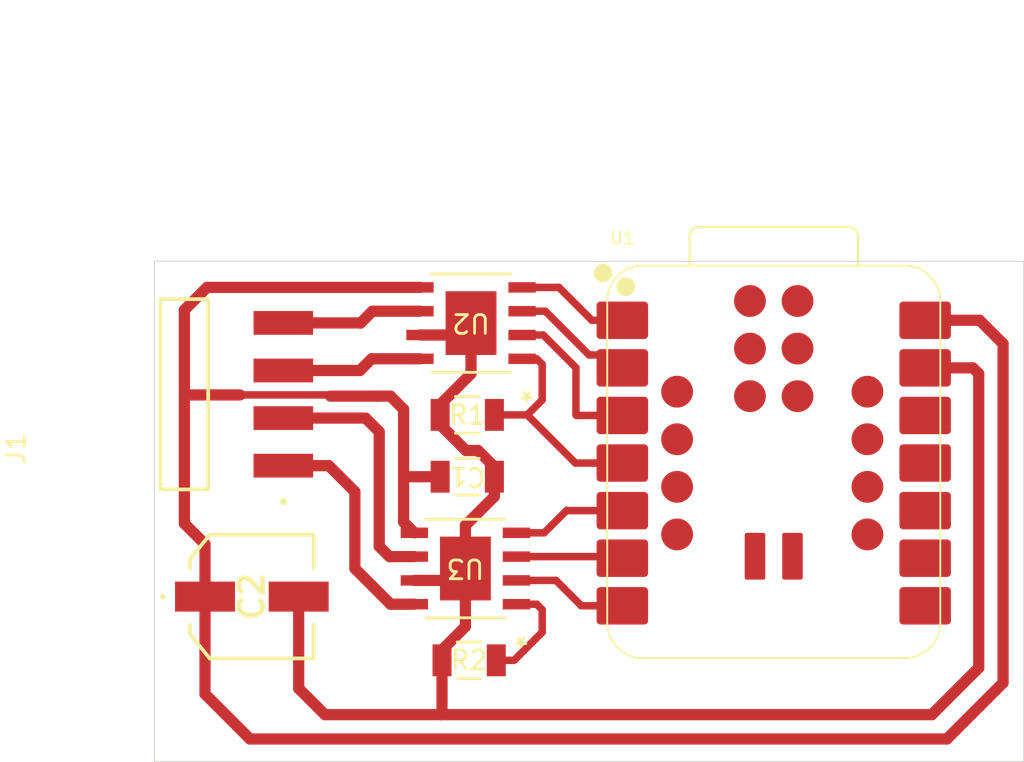
<source format=kicad_pcb>
(kicad_pcb (version 20241229) (generator "pcbnew") (generator_version "9.0")
  (layers (0 "F.Cu" signal) (2 "B.Cu" signal) (13 "F.Paste" user) (15 "B.Paste" user) (5 "F.SilkS" user "F.Silkscreen") (7 "B.SilkS" user "B.Silkscreen") (1 "F.Mask" user) (3 "B.Mask" user) (25 "Edge.Cuts" user))
  (net 0 "")
  (net 6 "5V")
  (net 7 "GND")
  (net 8 "Net-(U3-OUT1)")
  (net 9 "Net-(U2-OUT1)")
  (net 10 "Net-(U2-OUT2)")
  (net 11 "Net-(U3-OUT2)")
  (net 12 "Net-(U1-GPIO5{slash}D3)")
  (net 13 "Net-(U3-IPROPI)")
  (net 14 "Net-(U1-GPIO27{slash}A1{slash}D1)")
  (net 15 "Net-(U1-GPIO6{slash}D4{slash}SDA)")
  (net 16 "Net-(U1-GPIO7{slash}D5{slash}SCL)")
  (net 17 "Net-(U1-GPIO28{slash}A2{slash}D2)")
  (net 18 "Net-(U1-GPIO26{slash}A0{slash}D0)")
  (net 19 "Net-(U1-GPIO0{slash}D6{slash}TX)")
  (footprint "Neil:Resistor 1206" (layer "F.Cu") (at 76.2 61.5)
    (property "Reference" "R1" (at 0 0 0) (layer "F.SilkS"))
    (property "Value" "499")
    (fp_line (start -0.63225 0.9779) (end 0.63225 0.9779) (stroke (width 0.1524)) (layer "F.SilkS"))
    (fp_line (start 0.63225 -0.9779) (end -0.63225 -0.9779) (stroke (width 0.1524)) (layer "F.SilkS"))
    (pad "1" smd rect (at -1.4478 0) (size 1.016 1.7018) (layers "F.Cu" "F.Mask" "F.Paste") (net 7 "GND"))
    (pad "2" smd rect (at 1.4478 0) (size 1.016 1.7018) (layers "F.Cu" "F.Mask" "F.Paste") (net 12 "Net-(U1-GPIO5{slash}D3)"))
  )
  (footprint "Neil:EEEHP1H4R7P" (layer "F.Cu") (at 64.7 71.2 -90)
    (property "Reference" "C2" (at 0 0 90) (layer "F.SilkS") (effects (font (size 1.27 1.27) (thickness 0.254))))
    (property "Value" "100uF" (hide yes))
    (fp_line (start 0 4.8) (end 0 4.8) (stroke (width 0.2)) (layer "F.SilkS"))
    (fp_line (start 0 4.8) (end 0 4.8) (stroke (width 0.2)) (layer "F.SilkS"))
    (fp_line (start 0 4.7) (end 0 4.7) (stroke (width 0.2)) (layer "F.SilkS"))
    (fp_line (start -2 3.3) (end -3.3 2.25) (stroke (width 0.2)) (layer "F.SilkS"))
    (fp_line (start -1.5 3.3) (end -2 3.3) (stroke (width 0.2)) (layer "F.SilkS"))
    (fp_line (start 2 3.3) (end 1.5 3.3) (stroke (width 0.2)) (layer "F.SilkS"))
    (fp_line (start -3.3 2.25) (end -3.3 -3.3) (stroke (width 0.2)) (layer "F.SilkS"))
    (fp_line (start 3.3 2.25) (end 2 3.3) (stroke (width 0.2)) (layer "F.SilkS"))
    (fp_line (start -3.3 -3.3) (end -1.5 -3.3) (stroke (width 0.2)) (layer "F.SilkS"))
    (fp_line (start 1.5 -3.3) (end 3.3 -3.3) (stroke (width 0.2)) (layer "F.SilkS"))
    (fp_line (start 3.3 -3.3) (end 3.3 2.25) (stroke (width 0.2)) (layer "F.SilkS"))
    (fp_arc (start 0 4.8) (mid -0.05 4.75) (end 0 4.7) (stroke (width 0.2)) (layer "F.SilkS"))
    (fp_arc (start 0 4.7) (mid 0.05 4.75) (end 0 4.8) (stroke (width 0.2)) (layer "F.SilkS"))
    (fp_arc (start 0 4.7) (mid 0.05 4.75) (end 0 4.8) (stroke (width 0.2)) (layer "F.SilkS"))
    (pad "1" smd rect (at 0 2.5 270) (size 1.6 3.2) (layers "F.Cu" "F.Mask" "F.Paste") (net 6 "5V"))
    (pad "2" smd rect (at 0 -2.5 270) (size 1.6 3.2) (layers "F.Cu" "F.Mask" "F.Paste") (net 7 "GND"))
  )
  (footprint "Neil:right angle header 4 pins" (layer "F.Cu") (at 61.1 60.4 90)
    (property "Reference" "J1" (at -2.905 -8.995 90) (layer "F.SilkS"))
    (property "Value" "right angle header 4 pins")
    (fp_line (start 5.08 -1.27) (end -5.08 -1.27) (stroke (width 0.2)) (layer "F.SilkS"))
    (fp_line (start 5.08 -1.27) (end 5.08 1.27) (stroke (width 0.2)) (layer "F.SilkS"))
    (fp_line (start 5.08 1.27) (end -5.08 1.27) (stroke (width 0.2)) (layer "F.SilkS"))
    (fp_line (start -5.08 1.27) (end -5.08 -1.27) (stroke (width 0.2)) (layer "F.SilkS"))
    (fp_circle (center -5.73 5.28) (end -5.63 5.28) (stroke (width 0.2)) (fill no) (layer "F.SilkS"))
    (pad "01" smd rect (at -3.81 5.28 90) (size 1.27 3.18) (layers "F.Cu" "F.Mask" "F.Paste") (net 11 "Net-(U3-OUT2)"))
    (pad "02" smd rect (at -1.27 5.28 90) (size 1.27 3.18) (layers "F.Cu" "F.Mask" "F.Paste") (net 8 "Net-(U3-OUT1)"))
    (pad "03" smd rect (at 1.27 5.28 90) (size 1.27 3.18) (layers "F.Cu" "F.Mask" "F.Paste") (net 10 "Net-(U2-OUT2)"))
    (pad "04" smd rect (at 3.81 5.28 90) (size 1.27 3.18) (layers "F.Cu" "F.Mask" "F.Paste") (net 9 "Net-(U2-OUT1)"))
  )
  (footprint "Neil:Resistor 1206" (layer "F.Cu") (at 76.3 74.6)
    (property "Reference" "R2" (at 0 0 0) (layer "F.SilkS"))
    (property "Value" "499")
    (fp_line (start -0.63225 0.9779) (end 0.63225 0.9779) (stroke (width 0.1524)) (layer "F.SilkS"))
    (fp_line (start 0.63225 -0.9779) (end -0.63225 -0.9779) (stroke (width 0.1524)) (layer "F.SilkS"))
    (pad "1" smd rect (at -1.4478 0) (size 1.016 1.7018) (layers "F.Cu" "F.Mask" "F.Paste") (net 7 "GND"))
    (pad "2" smd rect (at 1.4478 0) (size 1.016 1.7018) (layers "F.Cu" "F.Mask" "F.Paste") (net 13 "Net-(U3-IPROPI)"))
  )
  (footprint "Neil:DRV8251ADDAR" (layer "F.Cu") (at 76.4 56.6 180)
    (property "Reference" "U2" (at 0 0 180) (layer "F.SilkS"))
    (property "Value" "DRV8251ADDAR" (hide yes))
    (fp_line (start 2.1209 -2.6289) (end -2.1209 -2.6289) (stroke (width 0.1524)) (layer "F.SilkS"))
    (fp_line (start -2.1209 2.6289) (end 2.1209 2.6289) (stroke (width 0.1524)) (layer "F.SilkS"))
    (fp_text user "*" (at -2.97815 -3.6068 180) (layer "F.SilkS"))
    (fp_text user "*" (at -2.97815 -3.6068 180) (layer "F.SilkS"))
    (pad "1" smd rect (at -2.72415 -1.905 180) (size 1.4605 0.5588) (layers "F.Cu" "F.Mask" "F.Paste") (net 12 "Net-(U1-GPIO5{slash}D3)"))
    (pad "2" smd rect (at -2.72415 -0.635 180) (size 1.4605 0.5588) (layers "F.Cu" "F.Mask" "F.Paste") (net 17 "Net-(U1-GPIO28{slash}A2{slash}D2)"))
    (pad "3" smd rect (at -2.72415 0.635 180) (size 1.4605 0.5588) (layers "F.Cu" "F.Mask" "F.Paste") (net 14 "Net-(U1-GPIO27{slash}A1{slash}D1)"))
    (pad "4" smd rect (at -2.72415 1.905 180) (size 1.4605 0.5588) (layers "F.Cu" "F.Mask" "F.Paste") (net 18 "Net-(U1-GPIO26{slash}A0{slash}D0)"))
    (pad "5" smd rect (at 2.72415 1.905 180) (size 1.4605 0.5588) (layers "F.Cu" "F.Mask" "F.Paste") (net 6 "5V"))
    (pad "6" smd rect (at 2.72415 0.635 180) (size 1.4605 0.5588) (layers "F.Cu" "F.Mask" "F.Paste") (net 9 "Net-(U2-OUT1)"))
    (pad "7" smd rect (at 2.72415 -0.635 180) (size 1.4605 0.5588) (layers "F.Cu" "F.Mask" "F.Paste") (net 7 "GND"))
    (pad "8" smd rect (at 2.72415 -1.905 180) (size 1.4605 0.5588) (layers "F.Cu" "F.Mask" "F.Paste") (net 10 "Net-(U2-OUT2)"))
    (pad "9" smd rect (at 0 0 180) (size 2.7178 3.4036) (layers "F.Cu" "F.Mask") (net 7 "GND"))
  )
  (footprint "Neil:DRV8251ADDAR" (layer "F.Cu") (at 76.1 69.7 180)
    (property "Reference" "U3" (at 0 0 180) (layer "F.SilkS"))
    (property "Value" "DRV8251ADDAR" (hide yes))
    (fp_line (start 2.1209 -2.6289) (end -2.1209 -2.6289) (stroke (width 0.1524)) (layer "F.SilkS"))
    (fp_line (start -2.1209 2.6289) (end 2.1209 2.6289) (stroke (width 0.1524)) (layer "F.SilkS"))
    (fp_text user "*" (at -2.97815 -3.6068 180) (layer "F.SilkS"))
    (fp_text user "*" (at -2.97815 -3.6068 180) (layer "F.SilkS"))
    (pad "1" smd rect (at -2.72415 -1.905 180) (size 1.4605 0.5588) (layers "F.Cu" "F.Mask" "F.Paste") (net 13 "Net-(U3-IPROPI)"))
    (pad "2" smd rect (at -2.72415 -0.635 180) (size 1.4605 0.5588) (layers "F.Cu" "F.Mask" "F.Paste") (net 19 "Net-(U1-GPIO0{slash}D6{slash}TX)"))
    (pad "3" smd rect (at -2.72415 0.635 180) (size 1.4605 0.5588) (layers "F.Cu" "F.Mask" "F.Paste") (net 16 "Net-(U1-GPIO7{slash}D5{slash}SCL)"))
    (pad "4" smd rect (at -2.72415 1.905 180) (size 1.4605 0.5588) (layers "F.Cu" "F.Mask" "F.Paste") (net 15 "Net-(U1-GPIO6{slash}D4{slash}SDA)"))
    (pad "5" smd rect (at 2.72415 1.905 180) (size 1.4605 0.5588) (layers "F.Cu" "F.Mask" "F.Paste") (net 6 "5V"))
    (pad "6" smd rect (at 2.72415 0.635 180) (size 1.4605 0.5588) (layers "F.Cu" "F.Mask" "F.Paste") (net 8 "Net-(U3-OUT1)"))
    (pad "7" smd rect (at 2.72415 -0.635 180) (size 1.4605 0.5588) (layers "F.Cu" "F.Mask" "F.Paste") (net 7 "GND"))
    (pad "8" smd rect (at 2.72415 -1.905 180) (size 1.4605 0.5588) (layers "F.Cu" "F.Mask" "F.Paste") (net 11 "Net-(U3-OUT2)"))
    (pad "9" smd rect (at 0 0 180) (size 2.7178 3.4036) (layers "F.Cu" "F.Mask") (net 7 "GND"))
  )
  (footprint "Neil:Resistor 1206" (layer "F.Cu") (at 76.2 64.8 180)
    (property "Reference" "C1" (at 0 0 180) (layer "F.SilkS"))
    (property "Value" "1uF")
    (fp_line (start 0.63225 -0.9779) (end -0.63225 -0.9779) (stroke (width 0.1524)) (layer "F.SilkS"))
    (fp_line (start -0.63225 0.9779) (end 0.63225 0.9779) (stroke (width 0.1524)) (layer "F.SilkS"))
    (pad "1" smd rect (at -1.4478 0 180) (size 1.016 1.7018) (layers "F.Cu" "F.Mask" "F.Paste") (net 7 "GND"))
    (pad "2" smd rect (at 1.4478 0 180) (size 1.016 1.7018) (layers "F.Cu" "F.Mask" "F.Paste") (net 6 "5V"))
  )
  (footprint "Neil:XIAO-RP2350-SMD" (layer "F.Cu") (at 92.476506 64.07)
    (property "Reference" "U1" (at -8 -12 0) (layer "F.SilkS") (effects (font (size 0.635 0.635) (thickness 0.1016))))
    (property "Value" "XIAO RP2350")
    (fp_line (start -8.8075 8.509) (end -8.8075 -8.636) (stroke (width 0.1)) (layer "F.SilkS"))
    (fp_line (start -6.9025 10.414) (end 7.0675 10.414) (stroke (width 0.1)) (layer "F.SilkS"))
    (fp_line (start -4.4155 -10.553) (end -4.414784 -12.094284) (stroke (width 0.127)) (layer "F.SilkS"))
    (fp_line (start -3.914784 -12.594012) (end 4.080488 -12.594012) (stroke (width 0.127)) (layer "F.SilkS"))
    (fp_line (start 4.580488 -12.094012) (end 4.5815 -10.55) (stroke (width 0.127)) (layer "F.SilkS"))
    (fp_line (start 7.0675 -10.541) (end -6.9025 -10.541) (stroke (width 0.1)) (layer "F.SilkS"))
    (fp_line (start 8.9725 8.509) (end 8.9725 -8.636) (stroke (width 0.1)) (layer "F.SilkS"))
    (fp_arc (start -8.8075 -8.64) (mid -8.249538 -9.987038) (end -6.9025 -10.545) (stroke (width 0.1)) (layer "F.SilkS"))
    (fp_arc (start -6.9025 10.414) (mid -8.249538 9.856038) (end -8.8075 8.509) (stroke (width 0.1)) (layer "F.SilkS"))
    (fp_arc (start -4.414784 -12.094284) (mid -4.268207 -12.447619) (end -3.914784 -12.594012) (stroke (width 0.127)) (layer "F.SilkS"))
    (fp_arc (start 4.080488 -12.594012) (mid 4.434053 -12.44757) (end 4.580488 -12.094012) (stroke (width 0.127)) (layer "F.SilkS"))
    (fp_arc (start 7.0675 -10.541) (mid 8.414538 -9.983038) (end 8.9725 -8.636) (stroke (width 0.1)) (layer "F.SilkS"))
    (fp_arc (start 8.9725 8.509) (mid 8.414538 9.856038) (end 7.0675 10.414) (stroke (width 0.1)) (layer "F.SilkS"))
    (fp_circle (center -9.033512 -10.137012) (end -9.033512 -10.391012) (stroke (width 0.5)) (fill yes) (layer "F.SilkS"))
    (fp_circle (center -7.816512 -9.414012) (end -7.816512 -9.668012) (stroke (width 0.5)) (fill yes) (layer "F.SilkS"))
    (pad "1" smd roundrect (at -8 -7.62 180) (size 2.75 2) (layers "F.Cu" "F.Mask" "F.Paste") (roundrect_rratio 0.1) (net 18 "Net-(U1-GPIO26{slash}A0{slash}D0)"))
    (pad "2" smd roundrect (at -8 -5.08 180) (size 2.75 2) (layers "F.Cu" "F.Mask" "F.Paste") (roundrect_rratio 0.1) (net 14 "Net-(U1-GPIO27{slash}A1{slash}D1)"))
    (pad "3" smd roundrect (at -8 -2.54 180) (size 2.75 2) (layers "F.Cu" "F.Mask" "F.Paste") (roundrect_rratio 0.1) (net 17 "Net-(U1-GPIO28{slash}A2{slash}D2)"))
    (pad "4" smd roundrect (at -8 0 180) (size 2.75 2) (layers "F.Cu" "F.Mask" "F.Paste") (roundrect_rratio 0.1) (net 12 "Net-(U1-GPIO5{slash}D3)"))
    (pad "5" smd roundrect (at -8 2.54 180) (size 2.75 2) (layers "F.Cu" "F.Mask" "F.Paste") (roundrect_rratio 0.1) (net 15 "Net-(U1-GPIO6{slash}D4{slash}SDA)"))
    (pad "6" smd roundrect (at -8 5.08 180) (size 2.75 2) (layers "F.Cu" "F.Mask" "F.Paste") (roundrect_rratio 0.1) (net 16 "Net-(U1-GPIO7{slash}D5{slash}SCL)"))
    (pad "7" smd roundrect (at -8 7.62 180) (size 2.75 2) (layers "F.Cu" "F.Mask" "F.Paste") (roundrect_rratio 0.1) (net 19 "Net-(U1-GPIO0{slash}D6{slash}TX)"))
    (pad "8" smd roundrect (at 8.165 7.62) (size 2.75 2) (layers "F.Cu" "F.Mask" "F.Paste") (roundrect_rratio 0.1))
    (pad "9" smd roundrect (at 8.165 5.08) (size 2.75 2) (layers "F.Cu" "F.Mask" "F.Paste") (roundrect_rratio 0.1))
    (pad "10" smd roundrect (at 8.165 2.54) (size 2.75 2) (layers "F.Cu" "F.Mask" "F.Paste") (roundrect_rratio 0.1))
    (pad "11" smd roundrect (at 8.165 0) (size 2.75 2) (layers "F.Cu" "F.Mask" "F.Paste") (roundrect_rratio 0.1))
    (pad "12" smd roundrect (at 8.165 -2.54) (size 2.75 2) (layers "F.Cu" "F.Mask" "F.Paste") (roundrect_rratio 0.1))
    (pad "13" smd roundrect (at 8.165 -5.08) (size 2.75 2) (layers "F.Cu" "F.Mask" "F.Paste") (roundrect_rratio 0.1) (net 7 "GND"))
    (pad "14" smd roundrect (at 8.165 -7.62) (size 2.75 2) (layers "F.Cu" "F.Mask" "F.Paste") (roundrect_rratio 0.1) (net 6 "5V"))
    (pad "15" smd circle (at 5.083494 -3.81 180) (size 1.7 1.7) (layers "F.Cu" "F.Mask" "F.Paste"))
    (pad "16" smd circle (at 5.083494 -1.27 180) (size 1.7 1.7) (layers "F.Cu" "F.Mask" "F.Paste"))
    (pad "17" smd circle (at 5.083494 1.27 180) (size 1.7 1.7) (layers "F.Cu" "F.Mask" "F.Paste"))
    (pad "18" smd circle (at 5.083494 3.81 180) (size 1.7 1.7) (layers "F.Cu" "F.Mask" "F.Paste"))
    (pad "19" smd circle (at -5.076506 3.81 180) (size 1.7 1.7) (layers "F.Cu" "F.Mask" "F.Paste"))
    (pad "20" smd circle (at -5.076506 1.27 180) (size 1.7 1.7) (layers "F.Cu" "F.Mask" "F.Paste"))
    (pad "21" smd circle (at -5.076506 -1.27 180) (size 1.7 1.7) (layers "F.Cu" "F.Mask" "F.Paste"))
    (pad "22" smd circle (at -5.076506 -3.81 180) (size 1.7 1.7) (layers "F.Cu" "F.Mask" "F.Paste"))
    (pad "23" smd circle (at -1.1875 -8.65 180) (size 1.7 1.7) (layers "F.Cu" "F.Mask" "F.Paste"))
    (pad "24" smd circle (at -1.1875 -6.11 180) (size 1.7 1.7) (layers "F.Cu" "F.Mask" "F.Paste"))
    (pad "25" smd circle (at -1.1875 -3.57 180) (size 1.7 1.7) (layers "F.Cu" "F.Mask" "F.Paste"))
    (pad "26" smd circle (at 1.3525 -3.57 180) (size 1.7 1.7) (layers "F.Cu" "F.Mask" "F.Paste"))
    (pad "27" smd circle (at 1.3525 -6.11 180) (size 1.7 1.7) (layers "F.Cu" "F.Mask" "F.Paste"))
    (pad "28" smd circle (at 1.3525 -8.65 180) (size 1.7 1.7) (layers "F.Cu" "F.Mask" "F.Paste"))
    (pad "29" smd roundrect (at -0.9175 4.974811 270) (size 2.5 1.1) (layers "F.Cu" "F.Mask" "F.Paste") (roundrect_rratio 0.1))
    (pad "30" smd roundrect (at 1.0825 4.974811 270) (size 2.5 1.1) (layers "F.Cu" "F.Mask" "F.Paste") (roundrect_rratio 0.1))
  )
  (gr_rect (start 59.5 53.3) (end 105.9 80) (stroke (width 0.05)) (fill no) (layer "Edge.Cuts"))
  (segment (start 68.834 60.434) (end 68.9 60.5) (width 0.4) (layer "F.Cu") (net 6))
  (segment (start 72.8 61.2) (end 72.8 64.7) (width 0.6) (layer "F.Cu") (net 6))
  (segment (start 62.2 68.4) (end 62.2 71.2) (width 0.6) (layer "F.Cu") (net 6))
  (segment (start 103.55 56.45) (end 100.641506 56.45) (width 0.6) (layer "F.Cu") (net 6))
  (segment (start 64.066 60.434) (end 64.1 60.4) (width 0.4) (layer "F.Cu") (net 6))
  (segment (start 104.8 75.8) (end 104.8 57.7) (width 0.6) (layer "F.Cu") (net 6))
  (segment (start 61.366 60.434) (end 61.1 60.7) (width 0.4) (layer "F.Cu") (net 6))
  (segment (start 64.6 78.8) (end 101.8 78.8) (width 0.6) (layer "F.Cu") (net 6))
  (segment (start 62.2 71.2) (end 62.2 76.4) (width 0.6) (layer "F.Cu") (net 6))
  (segment (start 72.8 64.7) (end 72.8 67.21915) (width 0.6) (layer "F.Cu") (net 6))
  (segment (start 71.4 60.5) (end 72.1 60.5) (width 0.6) (layer "F.Cu") (net 6))
  (segment (start 71.4 60.5) (end 71.334 60.434) (width 0.4) (layer "F.Cu") (net 6))
  (segment (start 101.8 78.8) (end 104.8 75.8) (width 0.6) (layer "F.Cu") (net 6))
  (segment (start 62.2 76.4) (end 64.6 78.8) (width 0.6) (layer "F.Cu") (net 6))
  (segment (start 72.9 64.8) (end 72.8 64.7) (width 0.6) (layer "F.Cu") (net 6))
  (segment (start 62.305 54.695) (end 61.1 55.9) (width 0.6) (layer "F.Cu") (net 6))
  (segment (start 61.1 60.7) (end 61.1 67.3) (width 0.6) (layer "F.Cu") (net 6))
  (segment (start 61.1 55.9) (end 61.1 60.7) (width 0.6) (layer "F.Cu") (net 6))
  (segment (start 61.366 60.434) (end 64.066 60.434) (width 0.6) (layer "F.Cu") (net 6))
  (segment (start 71.4 60.5) (end 68.9 60.5) (width 0.6) (layer "F.Cu") (net 6))
  (segment (start 61.1 67.3) (end 62.2 68.4) (width 0.6) (layer "F.Cu") (net 6))
  (segment (start 71.4 60.5) (end 71.3 60.5) (width 0.4) (layer "F.Cu") (net 6))
  (segment (start 64.066 60.434) (end 68.834 60.434) (width 0.4) (layer "F.Cu") (net 6))
  (segment (start 72.8 67.21915) (end 73.37585 67.795) (width 0.6) (layer "F.Cu") (net 6))
  (segment (start 74.7522 64.8) (end 72.9 64.8) (width 0.6) (layer "F.Cu") (net 6))
  (segment (start 72.1 60.5) (end 72.8 61.2) (width 0.6) (layer "F.Cu") (net 6))
  (segment (start 73.67585 54.695) (end 62.305 54.695) (width 0.6) (layer "F.Cu") (net 6))
  (segment (start 104.8 57.7) (end 103.55 56.45) (width 0.6) (layer "F.Cu") (net 6))
  (segment (start 103.19 58.99) (end 103.5 59.3) (width 0.6) (layer "F.Cu") (net 7))
  (segment (start 76.773358 63.4) (end 76.126642 63.4) (width 0.6) (layer "F.Cu") (net 7))
  (segment (start 74.8522 74.6) (end 74.8522 74.0478) (width 0.6) (layer "F.Cu") (net 7))
  (segment (start 76.126642 63.4) (end 74.7522 62.025558) (width 0.6) (layer "F.Cu") (net 7))
  (segment (start 73.67585 57.235) (end 75.765 57.235) (width 0.6) (layer "F.Cu") (net 7))
  (segment (start 76.4 59.3) (end 76.4 56.6) (width 0.6) (layer "F.Cu") (net 7))
  (segment (start 74.8522 74.0478) (end 76.1 72.8) (width 0.6) (layer "F.Cu") (net 7))
  (segment (start 75.465 70.335) (end 76.1 69.7) (width 0.6) (layer "F.Cu") (net 7))
  (segment (start 77.6478 64.8) (end 77.6478 65.8522) (width 0.6) (layer "F.Cu") (net 7))
  (segment (start 75.765 57.235) (end 76.4 56.6) (width 0.6) (layer "F.Cu") (net 7))
  (segment (start 76.1 72.8) (end 76.1 69.7) (width 0.6) (layer "F.Cu") (net 7))
  (segment (start 73.37585 70.335) (end 75.465 70.335) (width 0.6) (layer "F.Cu") (net 7))
  (segment (start 74.7522 62.025558) (end 74.7522 61.5) (width 0.6) (layer "F.Cu") (net 7))
  (segment (start 76.1 67.4) (end 76.1 69.7) (width 0.6) (layer "F.Cu") (net 7))
  (segment (start 74.7522 60.9478) (end 76.4 59.3) (width 0.6) (layer "F.Cu") (net 7))
  (segment (start 67.2 76.1) (end 67.2 71.2) (width 0.6) (layer "F.Cu") (net 7))
  (segment (start 74.7522 61.5) (end 74.7522 60.9478) (width 0.6) (layer "F.Cu") (net 7))
  (segment (start 103.5 75) (end 101 77.5) (width 0.6) (layer "F.Cu") (net 7))
  (segment (start 101 77.5) (end 74.8 77.5) (width 0.6) (layer "F.Cu") (net 7))
  (segment (start 100.641506 58.99) (end 103.19 58.99) (width 0.6) (layer "F.Cu") (net 7))
  (segment (start 74.8522 77.4478) (end 74.8 77.5) (width 0.6) (layer "F.Cu") (net 7))
  (segment (start 77.6478 64.8) (end 77.6478 64.274442) (width 0.6) (layer "F.Cu") (net 7))
  (segment (start 103.5 59.3) (end 103.5 75) (width 0.6) (layer "F.Cu") (net 7))
  (segment (start 74.8 77.5) (end 68.6 77.5) (width 0.6) (layer "F.Cu") (net 7))
  (segment (start 77.6478 64.274442) (end 76.773358 63.4) (width 0.6) (layer "F.Cu") (net 7))
  (segment (start 74.8522 74.6) (end 74.8522 77.4478) (width 0.6) (layer "F.Cu") (net 7))
  (segment (start 68.6 77.5) (end 67.2 76.1) (width 0.6) (layer "F.Cu") (net 7))
  (segment (start 77.6478 65.8522) (end 76.1 67.4) (width 0.6) (layer "F.Cu") (net 7))
  (segment (start 73.37585 69.065) (end 72.0456 69.065) (width 0.6) (layer "F.Cu") (net 8))
  (segment (start 71.5 68.5194) (end 71.5 62.4) (width 0.6) (layer "F.Cu") (net 8))
  (segment (start 70.77 61.67) (end 66.38 61.67) (width 0.6) (layer "F.Cu") (net 8))
  (segment (start 72.0456 69.065) (end 71.5 68.5194) (width 0.6) (layer "F.Cu") (net 8))
  (segment (start 71.5 62.4) (end 70.77 61.67) (width 0.6) (layer "F.Cu") (net 8))
  (segment (start 71.135 55.965) (end 70.5 56.6) (width 0.6) (layer "F.Cu") (net 9))
  (segment (start 70.49 56.59) (end 66.38 56.59) (width 0.6) (layer "F.Cu") (net 9))
  (segment (start 73.67585 55.965) (end 71.135 55.965) (width 0.6) (layer "F.Cu") (net 9))
  (segment (start 70.5 56.6) (end 70.49 56.59) (width 0.6) (layer "F.Cu") (net 9))
  (segment (start 71.095 58.505) (end 73.67585 58.505) (width 0.6) (layer "F.Cu") (net 10))
  (segment (start 66.38 59.13) (end 70.47 59.13) (width 0.6) (layer "F.Cu") (net 10))
  (segment (start 70.47 59.13) (end 71.095 58.505) (width 0.6) (layer "F.Cu") (net 10))
  (segment (start 72.105 71.605) (end 70.2 69.7) (width 0.6) (layer "F.Cu") (net 11))
  (segment (start 70.2 69.7) (end 70.2 65.6) (width 0.6) (layer "F.Cu") (net 11))
  (segment (start 70.2 65.6) (end 68.81 64.21) (width 0.6) (layer "F.Cu") (net 11))
  (segment (start 73.37585 71.605) (end 72.105 71.605) (width 0.6) (layer "F.Cu") (net 11))
  (segment (start 68.81 64.21) (end 66.38 64.21) (width 0.6) (layer "F.Cu") (net 11))
  (segment (start 79.905 58.505) (end 79.12415 58.505) (width 0.4) (layer "F.Cu") (net 12))
  (segment (start 79.4 61.5) (end 80.2 60.7) (width 0.4) (layer "F.Cu") (net 12))
  (segment (start 84.476506 64.07) (end 81.97 64.07) (width 0.4) (layer "F.Cu") (net 12))
  (segment (start 77.6478 61.5) (end 79.4 61.5) (width 0.4) (layer "F.Cu") (net 12))
  (segment (start 80.2 58.8) (end 79.905 58.505) (width 0.4) (layer "F.Cu") (net 12))
  (segment (start 80.2 60.7) (end 80.2 58.8) (width 0.4) (layer "F.Cu") (net 12))
  (segment (start 81.97 64.07) (end 79.4 61.5) (width 0.4) (layer "F.Cu") (net 12))
  (segment (start 79.905 71.605) (end 80.2 71.9) (width 0.4) (layer "F.Cu") (net 13))
  (segment (start 77.7478 74.6) (end 78.7 74.6) (width 0.4) (layer "F.Cu") (net 13))
  (segment (start 78.7 74.6) (end 80.2 73.1) (width 0.4) (layer "F.Cu") (net 13))
  (segment (start 78.82415 71.605) (end 79.905 71.605) (width 0.4) (layer "F.Cu") (net 13))
  (segment (start 80.2 71.9) (end 80.2 73.1) (width 0.4) (layer "F.Cu") (net 13))
  (segment (start 84.476506 58.99) (end 84.39 58.99) (width 0.4) (layer "F.Cu") (net 14))
  (segment (start 82.7 58.3) (end 83.786506 58.3) (width 0.4) (layer "F.Cu") (net 14))
  (segment (start 84.39 58.99) (end 83.8 58.4) (width 0.4) (layer "F.Cu") (net 14))
  (segment (start 83.786506 58.3) (end 84.476506 58.99) (width 0.4) (layer "F.Cu") (net 14))
  (segment (start 80.365 55.965) (end 82.7 58.3) (width 0.4) (layer "F.Cu") (net 14))
  (segment (start 79.12415 55.965) (end 80.365 55.965) (width 0.4) (layer "F.Cu") (net 14))
  (segment (start 78.82415 67.795) (end 80.305 67.795) (width 0.4) (layer "F.Cu") (net 15))
  (segment (start 84.476506 66.61) (end 81.51 66.61) (width 0.4) (layer "F.Cu") (net 15))
  (segment (start 80.305 67.795) (end 81.5 66.6) (width 0.4) (layer "F.Cu") (net 15))
  (segment (start 81.51 66.61) (end 81.5 66.6) (width 0.4) (layer "F.Cu") (net 15))
  (segment (start 84.391506 69.065) (end 84.476506 69.15) (width 0.4) (layer "F.Cu") (net 16))
  (segment (start 78.82415 69.065) (end 84.391506 69.065) (width 0.4) (layer "F.Cu") (net 16))
  (segment (start 82.03 61.53) (end 84.476506 61.53) (width 0.4) (layer "F.Cu") (net 17))
  (segment (start 82 58.9806) (end 82 61.5) (width 0.4) (layer "F.Cu") (net 17))
  (segment (start 80.2544 57.235) (end 82 58.9806) (width 0.4) (layer "F.Cu") (net 17))
  (segment (start 79.12415 57.235) (end 80.2544 57.235) (width 0.4) (layer "F.Cu") (net 17))
  (segment (start 82 61.5) (end 82.03 61.53) (width 0.4) (layer "F.Cu") (net 17))
  (segment (start 84.476506 56.45) (end 82.85 56.45) (width 0.4) (layer "F.Cu") (net 18))
  (segment (start 81.095 54.695) (end 79.12415 54.695) (width 0.4) (layer "F.Cu") (net 18))
  (segment (start 82.85 56.45) (end 81.095 54.695) (width 0.4) (layer "F.Cu") (net 18))
  (segment (start 82.29 71.69) (end 84.476506 71.69) (width 0.4) (layer "F.Cu") (net 19))
  (segment (start 78.82415 70.335) (end 80.935 70.335) (width 0.4) (layer "F.Cu") (net 19))
  (segment (start 80.935 70.335) (end 82.29 71.69) (width 0.4) (layer "F.Cu") (net 19))
)
</source>
